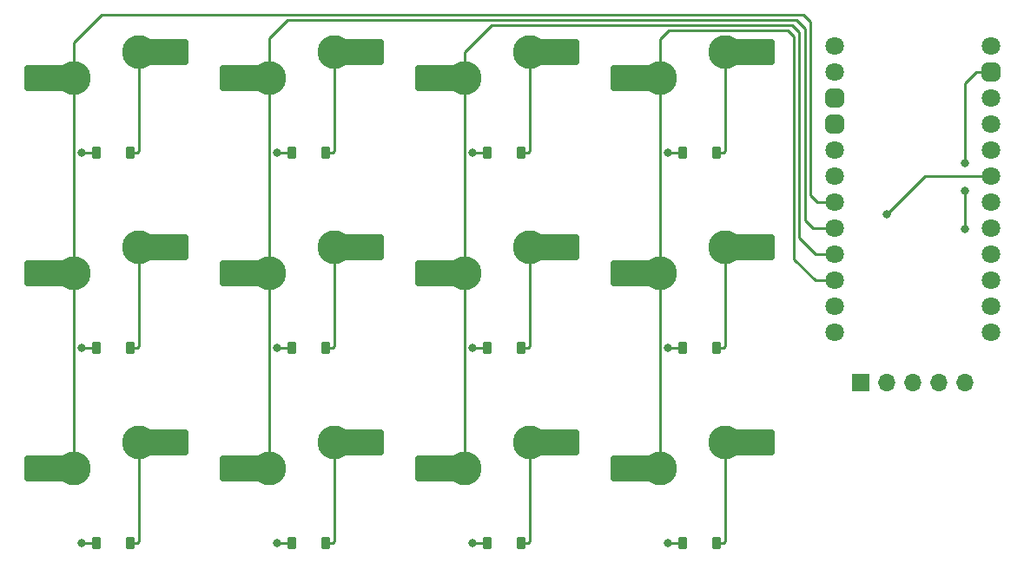
<source format=gbr>
%TF.GenerationSoftware,KiCad,Pcbnew,7.0.6-7.0.6~ubuntu22.10.1*%
%TF.CreationDate,2023-08-12T22:12:44-04:00*%
%TF.ProjectId,ZachEKeyboard,5a616368-454b-4657-9962-6f6172642e6b,rev?*%
%TF.SameCoordinates,Original*%
%TF.FileFunction,Copper,L2,Bot*%
%TF.FilePolarity,Positive*%
%FSLAX46Y46*%
G04 Gerber Fmt 4.6, Leading zero omitted, Abs format (unit mm)*
G04 Created by KiCad (PCBNEW 7.0.6-7.0.6~ubuntu22.10.1) date 2023-08-12 22:12:44*
%MOMM*%
%LPD*%
G01*
G04 APERTURE LIST*
G04 Aperture macros list*
%AMRoundRect*
0 Rectangle with rounded corners*
0 $1 Rounding radius*
0 $2 $3 $4 $5 $6 $7 $8 $9 X,Y pos of 4 corners*
0 Add a 4 corners polygon primitive as box body*
4,1,4,$2,$3,$4,$5,$6,$7,$8,$9,$2,$3,0*
0 Add four circle primitives for the rounded corners*
1,1,$1+$1,$2,$3*
1,1,$1+$1,$4,$5*
1,1,$1+$1,$6,$7*
1,1,$1+$1,$8,$9*
0 Add four rect primitives between the rounded corners*
20,1,$1+$1,$2,$3,$4,$5,0*
20,1,$1+$1,$4,$5,$6,$7,0*
20,1,$1+$1,$6,$7,$8,$9,0*
20,1,$1+$1,$8,$9,$2,$3,0*%
G04 Aperture macros list end*
%TA.AperFunction,ComponentPad*%
%ADD10C,1.800000*%
%TD*%
%TA.AperFunction,ComponentPad*%
%ADD11RoundRect,0.450000X-0.450000X-0.450000X0.450000X-0.450000X0.450000X0.450000X-0.450000X0.450000X0*%
%TD*%
%TA.AperFunction,ComponentPad*%
%ADD12R,1.700000X1.700000*%
%TD*%
%TA.AperFunction,ComponentPad*%
%ADD13O,1.700000X1.700000*%
%TD*%
%TA.AperFunction,ComponentPad*%
%ADD14C,3.300000*%
%TD*%
%TA.AperFunction,SMDPad,CuDef*%
%ADD15R,1.650000X2.500000*%
%TD*%
%TA.AperFunction,SMDPad,CuDef*%
%ADD16RoundRect,0.250000X1.025000X1.000000X-1.025000X1.000000X-1.025000X-1.000000X1.025000X-1.000000X0*%
%TD*%
%TA.AperFunction,SMDPad,CuDef*%
%ADD17RoundRect,0.225000X-0.225000X-0.375000X0.225000X-0.375000X0.225000X0.375000X-0.225000X0.375000X0*%
%TD*%
%TA.AperFunction,ViaPad*%
%ADD18C,0.800000*%
%TD*%
%TA.AperFunction,Conductor*%
%ADD19C,0.250000*%
%TD*%
G04 APERTURE END LIST*
D10*
%TO.P,U1,1,D3-TX*%
%TO.N,unconnected-(U1-D3-TX-Pad1)*%
X141763750Y-58578750D03*
%TO.P,U1,2,D2-RX*%
%TO.N,unconnected-(U1-D2-RX-Pad2)*%
X141763750Y-61118750D03*
D11*
%TO.P,U1,3,GND*%
%TO.N,unconnected-(U1-GND-Pad3)*%
X141763750Y-63658750D03*
%TO.P,U1,4,GND*%
%TO.N,/ROW0*%
X141763750Y-66198750D03*
D10*
%TO.P,U1,5,D1*%
%TO.N,/ROW1*%
X141763750Y-68738750D03*
%TO.P,U1,6,D0*%
%TO.N,/ROW2*%
X141763750Y-71278750D03*
%TO.P,U1,7,D4*%
%TO.N,/COL0*%
X141763750Y-73818750D03*
%TO.P,U1,8,C6*%
%TO.N,/COL1*%
X141763750Y-76358750D03*
%TO.P,U1,9,D7*%
%TO.N,/COL2*%
X141763750Y-78898750D03*
%TO.P,U1,10,E6*%
%TO.N,/COL3*%
X141763750Y-81438750D03*
%TO.P,U1,11,B4*%
%TO.N,unconnected-(U1-B4-Pad11)*%
X141763750Y-83978750D03*
%TO.P,U1,12,B5*%
%TO.N,unconnected-(U1-B5-Pad12)*%
X141763750Y-86518750D03*
%TO.P,U1,13,B0*%
%TO.N,unconnected-(U1-B0-Pad13)*%
X157003750Y-58578750D03*
D11*
%TO.P,U1,14,GND*%
%TO.N,GND*%
X157003750Y-61118750D03*
D10*
%TO.P,U1,15,RST*%
%TO.N,unconnected-(U1-RST-Pad15)*%
X157003750Y-63658750D03*
%TO.P,U1,16,VCC*%
%TO.N,+3.3V*%
X157003750Y-66198750D03*
%TO.P,U1,17,F4*%
%TO.N,/SCL*%
X157003750Y-68738750D03*
%TO.P,U1,18,F5*%
%TO.N,/SDA*%
X157003750Y-71278750D03*
%TO.P,U1,19,F6*%
%TO.N,/INT*%
X157003750Y-73818750D03*
%TO.P,U1,20,F7*%
%TO.N,unconnected-(U1-F7-Pad20)*%
X157003750Y-76358750D03*
%TO.P,U1,21,B1*%
%TO.N,unconnected-(U1-B1-Pad21)*%
X157003750Y-78898750D03*
%TO.P,U1,22,B3*%
%TO.N,unconnected-(U1-B3-Pad22)*%
X157003750Y-81438750D03*
%TO.P,U1,23,B2*%
%TO.N,unconnected-(U1-B2-Pad23)*%
X157003750Y-83978750D03*
%TO.P,U1,24,B6*%
%TO.N,unconnected-(U1-B6-Pad24)*%
X157003750Y-86518750D03*
%TD*%
D12*
%TO.P,J1,1,Pin_1*%
%TO.N,+3.3V*%
X144333750Y-91415000D03*
D13*
%TO.P,J1,2,Pin_2*%
%TO.N,/SDA*%
X146873750Y-91415000D03*
%TO.P,J1,3,Pin_3*%
%TO.N,/SCL*%
X149413750Y-91415000D03*
%TO.P,J1,4,Pin_4*%
%TO.N,/INT*%
X151953750Y-91415000D03*
%TO.P,J1,5,Pin_5*%
%TO.N,GND*%
X154493750Y-91415000D03*
%TD*%
D14*
%TO.P,MX12,2,2*%
%TO.N,Net-(D12-A)*%
X131127500Y-97313750D03*
D15*
X132927500Y-97313750D03*
D16*
X134677500Y-97313750D03*
%TO.P,MX12,1,1*%
%TO.N,/COL3*%
X121227500Y-99853750D03*
D15*
X122952500Y-99853750D03*
D14*
X124777500Y-99853750D03*
%TD*%
%TO.P,MX11,2,2*%
%TO.N,Net-(D11-A)*%
X112077500Y-97313750D03*
D15*
X113877500Y-97313750D03*
D16*
X115627500Y-97313750D03*
%TO.P,MX11,1,1*%
%TO.N,/COL2*%
X102177500Y-99853750D03*
D15*
X103902500Y-99853750D03*
D14*
X105727500Y-99853750D03*
%TD*%
%TO.P,MX10,2,2*%
%TO.N,Net-(D10-A)*%
X93027500Y-97313750D03*
D15*
X94827500Y-97313750D03*
D16*
X96577500Y-97313750D03*
%TO.P,MX10,1,1*%
%TO.N,/COL1*%
X83127500Y-99853750D03*
D15*
X84852500Y-99853750D03*
D14*
X86677500Y-99853750D03*
%TD*%
%TO.P,MX9,2,2*%
%TO.N,Net-(D9-A)*%
X73977500Y-97313750D03*
D15*
X75777500Y-97313750D03*
D16*
X77527500Y-97313750D03*
%TO.P,MX9,1,1*%
%TO.N,/COL0*%
X64077500Y-99853750D03*
D15*
X65802500Y-99853750D03*
D14*
X67627500Y-99853750D03*
%TD*%
%TO.P,MX8,2,2*%
%TO.N,Net-(D8-A)*%
X131127500Y-78263750D03*
D15*
X132927500Y-78263750D03*
D16*
X134677500Y-78263750D03*
%TO.P,MX8,1,1*%
%TO.N,/COL3*%
X121227500Y-80803750D03*
D15*
X122952500Y-80803750D03*
D14*
X124777500Y-80803750D03*
%TD*%
%TO.P,MX7,2,2*%
%TO.N,Net-(D7-A)*%
X112077500Y-78263750D03*
D15*
X113877500Y-78263750D03*
D16*
X115627500Y-78263750D03*
%TO.P,MX7,1,1*%
%TO.N,/COL2*%
X102177500Y-80803750D03*
D15*
X103902500Y-80803750D03*
D14*
X105727500Y-80803750D03*
%TD*%
%TO.P,MX6,2,2*%
%TO.N,Net-(D6-A)*%
X93027500Y-78263750D03*
D15*
X94827500Y-78263750D03*
D16*
X96577500Y-78263750D03*
%TO.P,MX6,1,1*%
%TO.N,/COL1*%
X83127500Y-80803750D03*
D15*
X84852500Y-80803750D03*
D14*
X86677500Y-80803750D03*
%TD*%
%TO.P,MX5,2,2*%
%TO.N,Net-(D5-A)*%
X73977500Y-78263750D03*
D15*
X75777500Y-78263750D03*
D16*
X77527500Y-78263750D03*
%TO.P,MX5,1,1*%
%TO.N,/COL0*%
X64077500Y-80803750D03*
D15*
X65802500Y-80803750D03*
D14*
X67627500Y-80803750D03*
%TD*%
%TO.P,MX4,2,2*%
%TO.N,Net-(D4-A)*%
X131127500Y-59213750D03*
D15*
X132927500Y-59213750D03*
D16*
X134677500Y-59213750D03*
%TO.P,MX4,1,1*%
%TO.N,/COL3*%
X121227500Y-61753750D03*
D15*
X122952500Y-61753750D03*
D14*
X124777500Y-61753750D03*
%TD*%
%TO.P,MX3,2,2*%
%TO.N,Net-(D3-A)*%
X112077500Y-59213750D03*
D15*
X113877500Y-59213750D03*
D16*
X115627500Y-59213750D03*
%TO.P,MX3,1,1*%
%TO.N,/COL2*%
X102177500Y-61753750D03*
D15*
X103902500Y-61753750D03*
D14*
X105727500Y-61753750D03*
%TD*%
%TO.P,MX2,2,2*%
%TO.N,Net-(D2-A)*%
X93027500Y-59213750D03*
D15*
X94827500Y-59213750D03*
D16*
X96577500Y-59213750D03*
%TO.P,MX2,1,1*%
%TO.N,/COL1*%
X83127500Y-61753750D03*
D15*
X84852500Y-61753750D03*
D14*
X86677500Y-61753750D03*
%TD*%
%TO.P,MX1,2,2*%
%TO.N,Net-(D1-A)*%
X73977500Y-59213750D03*
D15*
X75777500Y-59213750D03*
D16*
X77527500Y-59213750D03*
%TO.P,MX1,1,1*%
%TO.N,/COL0*%
X64077500Y-61753750D03*
D15*
X65802500Y-61753750D03*
D14*
X67627500Y-61753750D03*
%TD*%
D17*
%TO.P,D12,1,K*%
%TO.N,/ROW2*%
X126937500Y-107156250D03*
%TO.P,D12,2,A*%
%TO.N,Net-(D12-A)*%
X130237500Y-107156250D03*
%TD*%
%TO.P,D11,1,K*%
%TO.N,/ROW2*%
X107887500Y-107156250D03*
%TO.P,D11,2,A*%
%TO.N,Net-(D11-A)*%
X111187500Y-107156250D03*
%TD*%
%TO.P,D10,1,K*%
%TO.N,/ROW2*%
X88837500Y-107156250D03*
%TO.P,D10,2,A*%
%TO.N,Net-(D10-A)*%
X92137500Y-107156250D03*
%TD*%
%TO.P,D9,1,K*%
%TO.N,/ROW2*%
X69787500Y-107156250D03*
%TO.P,D9,2,A*%
%TO.N,Net-(D9-A)*%
X73087500Y-107156250D03*
%TD*%
%TO.P,D8,1,K*%
%TO.N,/ROW1*%
X126937500Y-88106250D03*
%TO.P,D8,2,A*%
%TO.N,Net-(D8-A)*%
X130237500Y-88106250D03*
%TD*%
%TO.P,D7,1,K*%
%TO.N,/ROW1*%
X107887500Y-88106250D03*
%TO.P,D7,2,A*%
%TO.N,Net-(D7-A)*%
X111187500Y-88106250D03*
%TD*%
%TO.P,D6,1,K*%
%TO.N,/ROW1*%
X88837500Y-88106250D03*
%TO.P,D6,2,A*%
%TO.N,Net-(D6-A)*%
X92137500Y-88106250D03*
%TD*%
%TO.P,D5,1,K*%
%TO.N,/ROW1*%
X69787500Y-88106250D03*
%TO.P,D5,2,A*%
%TO.N,Net-(D5-A)*%
X73087500Y-88106250D03*
%TD*%
%TO.P,D4,1,K*%
%TO.N,/ROW0*%
X126937500Y-69056250D03*
%TO.P,D4,2,A*%
%TO.N,Net-(D4-A)*%
X130237500Y-69056250D03*
%TD*%
%TO.P,D3,1,K*%
%TO.N,/ROW0*%
X107887500Y-69056250D03*
%TO.P,D3,2,A*%
%TO.N,Net-(D3-A)*%
X111187500Y-69056250D03*
%TD*%
%TO.P,D2,1,K*%
%TO.N,/ROW0*%
X88837500Y-69056250D03*
%TO.P,D2,2,A*%
%TO.N,Net-(D2-A)*%
X92137500Y-69056250D03*
%TD*%
%TO.P,D1,1,K*%
%TO.N,/ROW0*%
X69787500Y-69056250D03*
%TO.P,D1,2,A*%
%TO.N,Net-(D1-A)*%
X73087500Y-69056250D03*
%TD*%
D18*
%TO.N,GND*%
X154480000Y-70040000D03*
X154510000Y-72740000D03*
X154500000Y-76490000D03*
%TO.N,/SDA*%
X146870000Y-74990000D03*
%TO.N,/ROW2*%
X125550000Y-107150000D03*
X106500000Y-107150000D03*
X87450000Y-107150000D03*
X68400000Y-107150000D03*
%TO.N,/ROW1*%
X125550000Y-88100000D03*
X106500000Y-88100000D03*
X87450000Y-88100000D03*
X68400000Y-88100000D03*
%TO.N,/ROW0*%
X125550000Y-69050000D03*
X106500000Y-69050000D03*
X87450000Y-69050000D03*
X68400000Y-69050000D03*
%TD*%
D19*
%TO.N,GND*%
X154480000Y-70040000D02*
X154480000Y-62210000D01*
X154480000Y-62210000D02*
X155571250Y-61118750D01*
X155571250Y-61118750D02*
X157003750Y-61118750D01*
X154500000Y-72750000D02*
X154510000Y-72740000D01*
X154500000Y-76490000D02*
X154500000Y-72750000D01*
%TO.N,/SDA*%
X146870000Y-74990000D02*
X150581250Y-71278750D01*
X150581250Y-71278750D02*
X157003750Y-71278750D01*
%TO.N,/COL3*%
X124777500Y-61753750D02*
X124777500Y-57922500D01*
X124777500Y-57922500D02*
X125650000Y-57050000D01*
X125650000Y-57050000D02*
X137250000Y-57050000D01*
X137250000Y-57050000D02*
X137850000Y-57650000D01*
X139888750Y-81438750D02*
X141763750Y-81438750D01*
X137850000Y-57650000D02*
X137850000Y-79400000D01*
X137850000Y-79400000D02*
X139888750Y-81438750D01*
%TO.N,/COL2*%
X141763750Y-78898750D02*
X139948750Y-78898750D01*
X139948750Y-78898750D02*
X138350000Y-77300000D01*
X138350000Y-77300000D02*
X138350000Y-57250000D01*
X138350000Y-57250000D02*
X137650000Y-56550000D01*
X137650000Y-56550000D02*
X108350000Y-56550000D01*
X108350000Y-56550000D02*
X105727500Y-59172500D01*
X105727500Y-59172500D02*
X105727500Y-61753750D01*
%TO.N,/COL1*%
X86677500Y-61753750D02*
X86677500Y-57822500D01*
X86677500Y-57822500D02*
X88450000Y-56050000D01*
X88450000Y-56050000D02*
X138100000Y-56050000D01*
X138100000Y-56050000D02*
X138950000Y-56900000D01*
X138950000Y-75600000D02*
X139708750Y-76358750D01*
X138950000Y-56900000D02*
X138950000Y-75600000D01*
X139708750Y-76358750D02*
X141763750Y-76358750D01*
%TO.N,/COL0*%
X141763750Y-73818750D02*
X140068750Y-73818750D01*
X140068750Y-73818750D02*
X139450000Y-73200000D01*
X138750000Y-55550000D02*
X70350000Y-55550000D01*
X139450000Y-73200000D02*
X139450000Y-56250000D01*
X67627500Y-58272500D02*
X67627500Y-61753750D01*
X139450000Y-56250000D02*
X138750000Y-55550000D01*
X70350000Y-55550000D02*
X67627500Y-58272500D01*
X67627500Y-99853750D02*
X67627500Y-61753750D01*
%TO.N,/COL1*%
X86677500Y-61753750D02*
X86677500Y-99853750D01*
%TO.N,/COL2*%
X105727500Y-99853750D02*
X105727500Y-61753750D01*
%TO.N,/COL3*%
X124777500Y-61753750D02*
X124777500Y-99853750D01*
%TO.N,/ROW2*%
X126937500Y-107156250D02*
X125556250Y-107156250D01*
X107887500Y-107156250D02*
X106506250Y-107156250D01*
X88837500Y-107156250D02*
X87456250Y-107156250D01*
X69787500Y-107156250D02*
X68406250Y-107156250D01*
%TO.N,/ROW1*%
X126937500Y-88106250D02*
X125556250Y-88106250D01*
X107887500Y-88106250D02*
X106506250Y-88106250D01*
X88837500Y-88106250D02*
X87456250Y-88106250D01*
X69787500Y-88106250D02*
X68406250Y-88106250D01*
%TO.N,/ROW0*%
X126937500Y-69056250D02*
X125556250Y-69056250D01*
X107887500Y-69056250D02*
X106506250Y-69056250D01*
X88837500Y-69056250D02*
X87456250Y-69056250D01*
X68406250Y-69056250D02*
X68400000Y-69050000D01*
X69787500Y-69056250D02*
X68406250Y-69056250D01*
%TO.N,Net-(D12-A)*%
X131127500Y-106972500D02*
X130943750Y-107156250D01*
X131127500Y-97313750D02*
X131127500Y-106972500D01*
X130943750Y-107156250D02*
X130237500Y-107156250D01*
%TO.N,Net-(D11-A)*%
X112077500Y-106972500D02*
X111893750Y-107156250D01*
X112077500Y-97313750D02*
X112077500Y-106972500D01*
X111893750Y-107156250D02*
X111187500Y-107156250D01*
%TO.N,Net-(D10-A)*%
X93027500Y-106972500D02*
X92843750Y-107156250D01*
X93027500Y-97313750D02*
X93027500Y-106972500D01*
X92843750Y-107156250D02*
X92137500Y-107156250D01*
%TO.N,Net-(D9-A)*%
X73977500Y-106972500D02*
X73793750Y-107156250D01*
X73977500Y-97313750D02*
X73977500Y-106972500D01*
X73793750Y-107156250D02*
X73087500Y-107156250D01*
%TO.N,Net-(D8-A)*%
X131127500Y-87922500D02*
X130943750Y-88106250D01*
X131127500Y-78263750D02*
X131127500Y-87922500D01*
X130943750Y-88106250D02*
X130237500Y-88106250D01*
%TO.N,Net-(D7-A)*%
X112077500Y-87922500D02*
X111893750Y-88106250D01*
X112077500Y-78263750D02*
X112077500Y-87922500D01*
X111893750Y-88106250D02*
X111187500Y-88106250D01*
%TO.N,Net-(D6-A)*%
X93027500Y-87922500D02*
X92843750Y-88106250D01*
X93027500Y-78263750D02*
X93027500Y-87922500D01*
X92843750Y-88106250D02*
X92137500Y-88106250D01*
%TO.N,Net-(D5-A)*%
X73977500Y-87922500D02*
X73793750Y-88106250D01*
X73977500Y-78263750D02*
X73977500Y-87922500D01*
X73793750Y-88106250D02*
X73087500Y-88106250D01*
%TO.N,Net-(D4-A)*%
X131127500Y-68872500D02*
X130943750Y-69056250D01*
X131127500Y-59213750D02*
X131127500Y-68872500D01*
X130943750Y-69056250D02*
X130237500Y-69056250D01*
%TO.N,Net-(D3-A)*%
X112077500Y-68872500D02*
X111893750Y-69056250D01*
X112077500Y-59213750D02*
X112077500Y-68872500D01*
X111893750Y-69056250D02*
X111187500Y-69056250D01*
%TO.N,Net-(D2-A)*%
X93027500Y-68872500D02*
X92843750Y-69056250D01*
X93027500Y-59213750D02*
X93027500Y-68872500D01*
X92843750Y-69056250D02*
X92137500Y-69056250D01*
%TO.N,Net-(D1-A)*%
X73977500Y-59213750D02*
X73977500Y-68872500D01*
X73793750Y-69056250D02*
X73087500Y-69056250D01*
X73977500Y-68872500D02*
X73793750Y-69056250D01*
%TD*%
M02*

</source>
